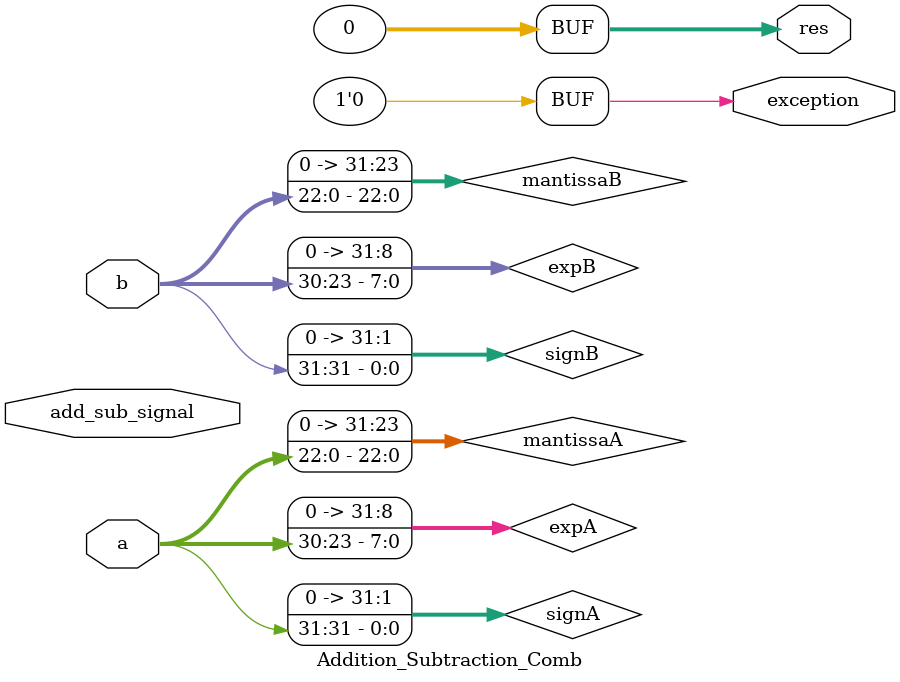
<source format=v>
module Addition_Subtraction_Comb(
      input  [31:0] a,
      input  [31:0] b,
      input  [0:0] add_sub_signal,
      output  [31:0] res,
      output  [0:0] exception
    );

    // Extract sign, exponent and mantissa
    wire [31:0] signA = a[31];
    wire [31:0] expA  = a[30:23];
    wire [31:0] mantissaA = a[22:0];

    wire [31:0] signB = b[31];
    wire [31:0] expB  = b[30:23];
    wire [31:0] mantissaB = b[22:0];

    assign res = 0; // Depends on complex logic
    assign exception = 0; // Depends on complex logic

endmodule
</source>
